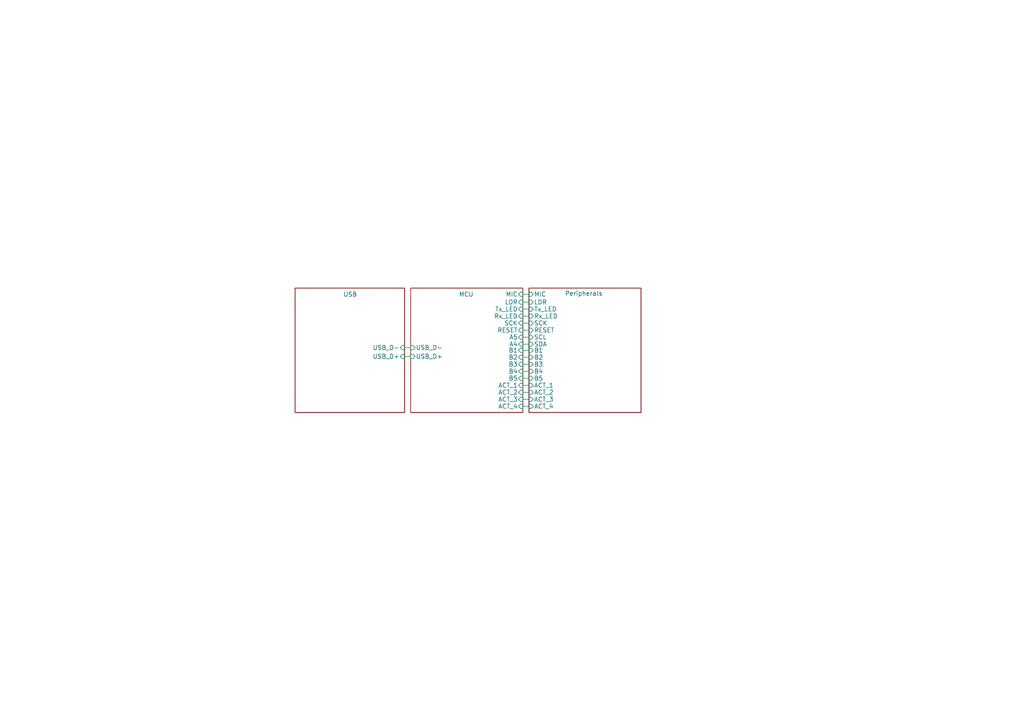
<source format=kicad_sch>
(kicad_sch
	(version 20231120)
	(generator "eeschema")
	(generator_version "8.0")
	(uuid "265bab81-531b-4645-af28-d7374e9cd238")
	(paper "A4")
	(title_block
		(title "Axiometa SPARK 2- TOP LEVEL")
		(date "2024-06-30")
		(rev "R2")
		(company "Axiometa ")
	)
	(lib_symbols)
	(wire
		(pts
			(xy 151.638 91.694) (xy 153.416 91.694)
		)
		(stroke
			(width 0)
			(type default)
		)
		(uuid "1cdda15c-7189-4cbd-b773-8dc5588dd710")
	)
	(wire
		(pts
			(xy 151.638 109.728) (xy 153.416 109.728)
		)
		(stroke
			(width 0)
			(type default)
		)
		(uuid "208fe34f-d8e8-4445-ac58-03467cbc1625")
	)
	(wire
		(pts
			(xy 151.638 97.79) (xy 153.416 97.79)
		)
		(stroke
			(width 0)
			(type default)
		)
		(uuid "27d2a36b-5767-4e3b-a19d-ad7c0bfb66f3")
	)
	(wire
		(pts
			(xy 151.638 93.726) (xy 153.416 93.726)
		)
		(stroke
			(width 0)
			(type default)
		)
		(uuid "42b7ce0a-28d6-45a3-95e6-d087fa7712cd")
	)
	(wire
		(pts
			(xy 151.638 87.63) (xy 153.416 87.63)
		)
		(stroke
			(width 0)
			(type default)
		)
		(uuid "4324f059-bea0-42a7-b3b3-eed2e2ef6bcf")
	)
	(wire
		(pts
			(xy 151.638 89.662) (xy 153.416 89.662)
		)
		(stroke
			(width 0)
			(type default)
		)
		(uuid "479f5a33-5191-4ac2-b80e-460ba95539e6")
	)
	(wire
		(pts
			(xy 151.638 95.758) (xy 153.416 95.758)
		)
		(stroke
			(width 0)
			(type default)
		)
		(uuid "4d3eca43-4616-43a7-a6c5-b748664c2fb4")
	)
	(wire
		(pts
			(xy 151.638 115.824) (xy 153.416 115.824)
		)
		(stroke
			(width 0)
			(type default)
		)
		(uuid "6a445881-acb6-40ba-959c-fbe794d2d6b2")
	)
	(wire
		(pts
			(xy 117.348 100.838) (xy 119.126 100.838)
		)
		(stroke
			(width 0)
			(type default)
		)
		(uuid "85b5db11-9a73-456b-abb3-8889b7db7051")
	)
	(wire
		(pts
			(xy 151.638 111.76) (xy 153.416 111.76)
		)
		(stroke
			(width 0)
			(type default)
		)
		(uuid "9599aaed-b73c-4839-b725-91aa59b83567")
	)
	(wire
		(pts
			(xy 151.638 101.6) (xy 153.416 101.6)
		)
		(stroke
			(width 0)
			(type default)
		)
		(uuid "aa2d7aca-9dcb-479d-a292-94936b8c61ed")
	)
	(wire
		(pts
			(xy 151.638 105.664) (xy 153.416 105.664)
		)
		(stroke
			(width 0)
			(type default)
		)
		(uuid "aba46ea0-dd32-4668-aa40-bde57a4358b3")
	)
	(wire
		(pts
			(xy 151.638 117.856) (xy 153.416 117.856)
		)
		(stroke
			(width 0)
			(type default)
		)
		(uuid "bb7e4317-e8fc-4a52-b15a-bac71fb1dda2")
	)
	(wire
		(pts
			(xy 151.638 103.632) (xy 153.416 103.632)
		)
		(stroke
			(width 0)
			(type default)
		)
		(uuid "c5820e8f-dd81-49b1-a491-747903cd532d")
	)
	(wire
		(pts
			(xy 151.638 85.344) (xy 153.416 85.344)
		)
		(stroke
			(width 0)
			(type default)
		)
		(uuid "c9af4bc0-6f41-4c16-ab0a-93ebe9aadd57")
	)
	(wire
		(pts
			(xy 151.638 113.792) (xy 153.416 113.792)
		)
		(stroke
			(width 0)
			(type default)
		)
		(uuid "cb929585-e23f-44ee-bf25-c77dfe9e7af7")
	)
	(wire
		(pts
			(xy 117.348 103.378) (xy 119.126 103.378)
		)
		(stroke
			(width 0)
			(type default)
		)
		(uuid "d572333e-4cc3-41a1-9c98-4ee2b1ee7742")
	)
	(wire
		(pts
			(xy 151.638 99.822) (xy 153.416 99.822)
		)
		(stroke
			(width 0)
			(type default)
		)
		(uuid "dfd2bb8e-2d99-4a76-a9d6-7eecd42151ed")
	)
	(wire
		(pts
			(xy 151.638 107.696) (xy 153.416 107.696)
		)
		(stroke
			(width 0)
			(type default)
		)
		(uuid "fb81a3b7-3b9f-4995-9c39-8c59deeb43b5")
	)
	(sheet
		(at 85.598 83.566)
		(size 31.75 36.068)
		(stroke
			(width 0.1524)
			(type solid)
		)
		(fill
			(color 0 0 0 0.0000)
		)
		(uuid "4a2d60f5-8ff6-4658-8ce1-991d5aec0756")
		(property "Sheetname" "USB"
			(at 99.568 86.106 0)
			(effects
				(font
					(size 1.27 1.27)
				)
				(justify left bottom)
			)
		)
		(property "Sheetfile" "USB.kicad_sch"
			(at 85.598 103.2006 0)
			(effects
				(font
					(size 1.27 1.27)
				)
				(justify left top)
				(hide yes)
			)
		)
		(pin "USB_D+" input
			(at 117.348 103.378 0)
			(effects
				(font
					(size 1.27 1.27)
				)
				(justify right)
			)
			(uuid "b6141557-d1db-4831-b170-e9a214e683a5")
		)
		(pin "USB_D-" input
			(at 117.348 100.838 0)
			(effects
				(font
					(size 1.27 1.27)
				)
				(justify right)
			)
			(uuid "0b136265-4298-4884-a3c7-3274d6d19f56")
		)
		(instances
			(project "Axiometa_Spark2_V2.0"
				(path "/265bab81-531b-4645-af28-d7374e9cd238"
					(page "2")
				)
			)
		)
	)
	(sheet
		(at 119.126 83.566)
		(size 32.512 36.068)
		(stroke
			(width 0.1524)
			(type solid)
		)
		(fill
			(color 0 0 0 0.0000)
		)
		(uuid "d5c90922-2ec3-4091-93ff-8fbd9a39ae28")
		(property "Sheetname" "MCU"
			(at 133.096 86.106 0)
			(effects
				(font
					(size 1.27 1.27)
				)
				(justify left bottom)
			)
		)
		(property "Sheetfile" "MCU.kicad_sch"
			(at 119.126 103.2006 0)
			(effects
				(font
					(size 1.27 1.27)
				)
				(justify left top)
				(hide yes)
			)
		)
		(pin "USB_D+" input
			(at 119.126 103.378 180)
			(effects
				(font
					(size 1.27 1.27)
				)
				(justify left)
			)
			(uuid "062c1930-ebd7-4c12-8fd1-83787aa55bac")
		)
		(pin "USB_D-" input
			(at 119.126 100.838 180)
			(effects
				(font
					(size 1.27 1.27)
				)
				(justify left)
			)
			(uuid "f58d5ddd-68b5-4054-a4b4-6063eac53cc6")
		)
		(pin "Rx_LED" input
			(at 151.638 91.694 0)
			(effects
				(font
					(size 1.27 1.27)
				)
				(justify right)
			)
			(uuid "3d7c83b1-440b-47f7-9070-7336aded781c")
		)
		(pin "Tx_LED" input
			(at 151.638 89.662 0)
			(effects
				(font
					(size 1.27 1.27)
				)
				(justify right)
			)
			(uuid "8e1d10cd-b350-4815-9438-76ca270312ed")
		)
		(pin "RESET" input
			(at 151.638 95.758 0)
			(effects
				(font
					(size 1.27 1.27)
				)
				(justify right)
			)
			(uuid "3a73c70d-8c2b-40b4-a4e1-3f49019f7039")
		)
		(pin "SCK" input
			(at 151.638 93.726 0)
			(effects
				(font
					(size 1.27 1.27)
				)
				(justify right)
			)
			(uuid "b4636940-84a0-4e63-8137-851b21e73593")
		)
		(pin "A5" input
			(at 151.638 97.79 0)
			(effects
				(font
					(size 1.27 1.27)
				)
				(justify right)
			)
			(uuid "d0c543dc-a4e7-4193-b9b4-98c4f61bcdfb")
		)
		(pin "A4" input
			(at 151.638 99.822 0)
			(effects
				(font
					(size 1.27 1.27)
				)
				(justify right)
			)
			(uuid "fa1a4262-444b-43d7-86c4-c3825d16f1f3")
		)
		(pin "B4" input
			(at 151.638 107.696 0)
			(effects
				(font
					(size 1.27 1.27)
				)
				(justify right)
			)
			(uuid "22e64c19-1231-42a1-8dbd-7dcb9eecc0ea")
		)
		(pin "B5" input
			(at 151.638 109.728 0)
			(effects
				(font
					(size 1.27 1.27)
				)
				(justify right)
			)
			(uuid "78d2da93-86ce-4d1f-ad77-48ae708b3f08")
		)
		(pin "B1" input
			(at 151.638 101.6 0)
			(effects
				(font
					(size 1.27 1.27)
				)
				(justify right)
			)
			(uuid "8d7e340d-76e9-4609-b796-a312d90f4844")
		)
		(pin "B2" input
			(at 151.638 103.632 0)
			(effects
				(font
					(size 1.27 1.27)
				)
				(justify right)
			)
			(uuid "b231c882-9058-41bc-85d3-c72f66b8d85e")
		)
		(pin "B3" input
			(at 151.638 105.664 0)
			(effects
				(font
					(size 1.27 1.27)
				)
				(justify right)
			)
			(uuid "1944f12d-1dc4-4954-8370-0e40c28090d0")
		)
		(pin "ACT_1" input
			(at 151.638 111.76 0)
			(effects
				(font
					(size 1.27 1.27)
				)
				(justify right)
			)
			(uuid "74a6b751-ffcc-4cc8-97eb-e5b10c0859f7")
		)
		(pin "ACT_2" input
			(at 151.638 113.792 0)
			(effects
				(font
					(size 1.27 1.27)
				)
				(justify right)
			)
			(uuid "94017b7b-f2bb-432f-a17e-35024728996c")
		)
		(pin "ACT_4" input
			(at 151.638 117.856 0)
			(effects
				(font
					(size 1.27 1.27)
				)
				(justify right)
			)
			(uuid "441acf14-cfb5-46b7-8731-9375ff593769")
		)
		(pin "ACT_3" input
			(at 151.638 115.824 0)
			(effects
				(font
					(size 1.27 1.27)
				)
				(justify right)
			)
			(uuid "1ef3ff18-c8dc-4344-bd6c-a57154afec9f")
		)
		(pin "MIC" input
			(at 151.638 85.344 0)
			(effects
				(font
					(size 1.27 1.27)
				)
				(justify right)
			)
			(uuid "fe75bc99-6b73-41aa-b3ec-7547394ad818")
		)
		(pin "LDR" input
			(at 151.638 87.63 0)
			(effects
				(font
					(size 1.27 1.27)
				)
				(justify right)
			)
			(uuid "c0652459-2e78-4576-bdd8-bffc67f4f694")
		)
		(instances
			(project "Axiometa_Spark2_V2.0"
				(path "/265bab81-531b-4645-af28-d7374e9cd238"
					(page "3")
				)
			)
		)
	)
	(sheet
		(at 153.416 83.566)
		(size 32.512 36.068)
		(stroke
			(width 0.1524)
			(type solid)
		)
		(fill
			(color 0 0 0 0.0000)
		)
		(uuid "f7026915-1468-4f7b-856f-c01d49502c5c")
		(property "Sheetname" "Peripherals"
			(at 163.83 85.852 0)
			(effects
				(font
					(size 1.27 1.27)
				)
				(justify left bottom)
			)
		)
		(property "Sheetfile" "Peripherals.kicad_sch"
			(at 153.416 120.2186 0)
			(effects
				(font
					(size 1.27 1.27)
				)
				(justify left top)
				(hide yes)
			)
		)
		(pin "RESET" input
			(at 153.416 95.758 180)
			(effects
				(font
					(size 1.27 1.27)
				)
				(justify left)
			)
			(uuid "4ac7912f-8b9e-43d7-abbd-d6ea9bf23103")
		)
		(pin "SCL" input
			(at 153.416 97.79 180)
			(effects
				(font
					(size 1.27 1.27)
				)
				(justify left)
			)
			(uuid "a3525d01-83e3-4dfe-b66c-716c353e61fb")
		)
		(pin "SDA" input
			(at 153.416 99.822 180)
			(effects
				(font
					(size 1.27 1.27)
				)
				(justify left)
			)
			(uuid "1660f070-b456-4daf-b652-f044f99ac788")
		)
		(pin "Rx_LED" input
			(at 153.416 91.694 180)
			(effects
				(font
					(size 1.27 1.27)
				)
				(justify left)
			)
			(uuid "97d218f9-1a14-4e88-8bde-5f0d368dd7f3")
		)
		(pin "Tx_LED" input
			(at 153.416 89.662 180)
			(effects
				(font
					(size 1.27 1.27)
				)
				(justify left)
			)
			(uuid "f3d1fffd-7ef5-4c83-9477-4b522682c7e8")
		)
		(pin "MIC" input
			(at 153.416 85.344 180)
			(effects
				(font
					(size 1.27 1.27)
				)
				(justify left)
			)
			(uuid "7ce70fa9-0662-47eb-a0c3-c0bb283fe264")
		)
		(pin "LDR" input
			(at 153.416 87.63 180)
			(effects
				(font
					(size 1.27 1.27)
				)
				(justify left)
			)
			(uuid "654bc998-c764-4651-b306-31a8b6d43e17")
		)
		(pin "B5" input
			(at 153.416 109.728 180)
			(effects
				(font
					(size 1.27 1.27)
				)
				(justify left)
			)
			(uuid "7d16d2d9-4d61-4ed3-914c-7a879b53c51e")
		)
		(pin "B3" input
			(at 153.416 105.664 180)
			(effects
				(font
					(size 1.27 1.27)
				)
				(justify left)
			)
			(uuid "bd527e21-f01d-4af9-97e7-aacb99d90638")
		)
		(pin "ACT_3" input
			(at 153.416 115.824 180)
			(effects
				(font
					(size 1.27 1.27)
				)
				(justify left)
			)
			(uuid "0e95158e-9577-43b4-b379-a73a381cdc23")
		)
		(pin "SCK" input
			(at 153.416 93.726 180)
			(effects
				(font
					(size 1.27 1.27)
				)
				(justify left)
			)
			(uuid "ec082fbc-ef45-465f-9120-679e6dfb55d3")
		)
		(pin "ACT_1" input
			(at 153.416 111.76 180)
			(effects
				(font
					(size 1.27 1.27)
				)
				(justify left)
			)
			(uuid "47e575d9-5d7f-44fb-92ca-4287b1c8ff4f")
		)
		(pin "ACT_4" input
			(at 153.416 117.856 180)
			(effects
				(font
					(size 1.27 1.27)
				)
				(justify left)
			)
			(uuid "ca274498-4cad-4054-ba10-9f76309737eb")
		)
		(pin "ACT_2" input
			(at 153.416 113.792 180)
			(effects
				(font
					(size 1.27 1.27)
				)
				(justify left)
			)
			(uuid "72410763-4b1e-4397-b760-ec6c21f715ea")
		)
		(pin "B1" input
			(at 153.416 101.6 180)
			(effects
				(font
					(size 1.27 1.27)
				)
				(justify left)
			)
			(uuid "d501f1ad-2c0c-4f03-b5e1-472ca93a87f0")
		)
		(pin "B2" input
			(at 153.416 103.632 180)
			(effects
				(font
					(size 1.27 1.27)
				)
				(justify left)
			)
			(uuid "66b1c3b0-21a9-4a8f-bd27-af05be9276c2")
		)
		(pin "B4" input
			(at 153.416 107.696 180)
			(effects
				(font
					(size 1.27 1.27)
				)
				(justify left)
			)
			(uuid "e645c5d0-d748-436c-a4d2-d3004daa625e")
		)
		(instances
			(project "Axiometa_Spark2_V2.0"
				(path "/265bab81-531b-4645-af28-d7374e9cd238"
					(page "5")
				)
			)
		)
	)
	(sheet_instances
		(path "/"
			(page "1")
		)
	)
)

</source>
